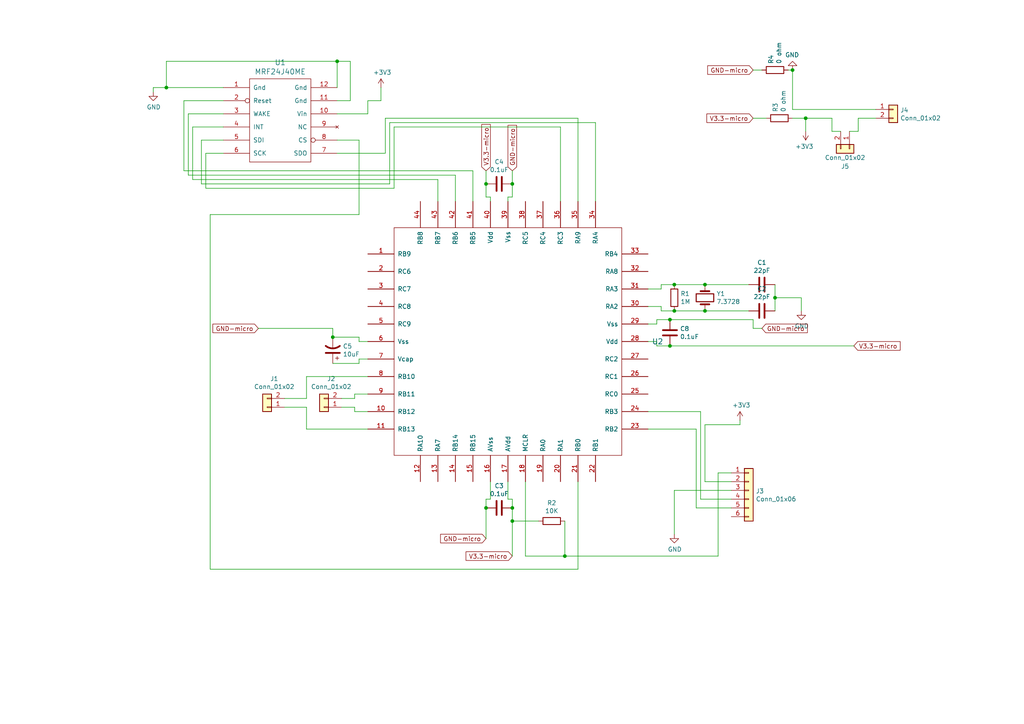
<source format=kicad_sch>
(kicad_sch (version 20211123) (generator eeschema)
  (paper "A4")
  (lib_symbols
    (symbol "Connector_Generic:Conn_01x02" (pin_names (offset 1.016) hide)
      (property "Reference" "J" (at 0 2.54 0))
      (property "Value" "Conn_01x02" (at 0 -5.08 0))
      (symbol "Conn_01x02_1_1"
        (rectangle (start -1.27 -2.413) (end 0 -2.667) (stroke (width 0.1524)))
        (rectangle (start -1.27 0.127) (end 0 -0.127) (stroke (width 0.1524)))
        (rectangle (start -1.27 1.27) (end 1.27 -3.81) (stroke (width 0.254)) (fill (type background)))
        (pin passive line (at -5.08 0 0) (length 3.81) (name "Pin_1") (number "1"))
        (pin passive line (at -5.08 -2.54 0) (length 3.81) (name "Pin_2") (number "2"))
      )
    )
    (symbol "Connector_Generic:Conn_01x06" (pin_names (offset 1.016) hide)
      (property "Reference" "J" (at 0 7.62 0))
      (property "Value" "Conn_01x06" (at 0 -10.16 0))
      (symbol "Conn_01x06_1_1"
        (rectangle (start -1.27 -7.493) (end 0 -7.747) (stroke (width 0.1524)))
        (rectangle (start -1.27 -4.953) (end 0 -5.207) (stroke (width 0.1524)))
        (rectangle (start -1.27 -2.413) (end 0 -2.667) (stroke (width 0.1524)))
        (rectangle (start -1.27 0.127) (end 0 -0.127) (stroke (width 0.1524)))
        (rectangle (start -1.27 2.667) (end 0 2.413) (stroke (width 0.1524)))
        (rectangle (start -1.27 5.207) (end 0 4.953) (stroke (width 0.1524)))
        (rectangle (start -1.27 6.35) (end 1.27 -8.89) (stroke (width 0.254)) (fill (type background)))
        (pin passive line (at -5.08 5.08 0) (length 3.81) (name "Pin_1") (number "1"))
        (pin passive line (at -5.08 2.54 0) (length 3.81) (name "Pin_2") (number "2"))
        (pin passive line (at -5.08 0 0) (length 3.81) (name "Pin_3") (number "3"))
        (pin passive line (at -5.08 -2.54 0) (length 3.81) (name "Pin_4") (number "4"))
        (pin passive line (at -5.08 -5.08 0) (length 3.81) (name "Pin_5") (number "5"))
        (pin passive line (at -5.08 -7.62 0) (length 3.81) (name "Pin_6") (number "6"))
      )
    )
    (symbol "Device:C" (pin_numbers hide) (pin_names (offset 0.254))
      (property "Reference" "C" (at 0.635 2.54 0))
      (property "Value" "C" (at 0.635 -2.54 0))
      (symbol "C_0_1"
        (polyline (pts (xy -2.032 -0.762) (xy 2.032 -0.762)) (stroke (width 0.508)))
        (polyline (pts (xy -2.032 0.762) (xy 2.032 0.762)) (stroke (width 0.508)))
      )
      (symbol "C_1_1"
        (pin passive line (at 0 3.81 270) (length 2.794) (name "~") (number "1"))
        (pin passive line (at 0 -3.81 90) (length 2.794) (name "~") (number "2"))
      )
    )
    (symbol "Device:CP1" (pin_numbers hide) (pin_names (offset 0.254) hide)
      (property "Reference" "C" (at 0.635 2.54 0))
      (property "Value" "Device_CP1" (at 0.635 -2.54 0))
      (symbol "CP1_0_1"
        (polyline (pts (xy -2.032 0.762) (xy 2.032 0.762)) (stroke (width 0.508)))
        (polyline (pts (xy -1.778 2.286) (xy -0.762 2.286)))
        (polyline (pts (xy -1.27 1.778) (xy -1.27 2.794)))
        (arc (start 2.032 -1.27) (mid 0 -0.5572) (end -2.032 -1.27) (stroke (width 0.508)))
      )
      (symbol "CP1_1_1"
        (pin passive line (at 0 3.81 270) (length 2.794) (name "~") (number "1"))
        (pin passive line (at 0 -3.81 90) (length 3.302) (name "~") (number "2"))
      )
    )
    (symbol "Device:Crystal" (pin_numbers hide) (pin_names (offset 1.016) hide)
      (property "Reference" "Y" (at 0 3.81 0))
      (property "Value" "Crystal" (at 0 -3.81 0))
      (symbol "Crystal_0_1"
        (rectangle (start -1.143 2.54) (end 1.143 -2.54) (stroke (width 0.3048)))
        (polyline (pts (xy -2.54 0) (xy -1.905 0)))
        (polyline (pts (xy -1.905 -1.27) (xy -1.905 1.27)) (stroke (width 0.508)))
        (polyline (pts (xy 1.905 -1.27) (xy 1.905 1.27)) (stroke (width 0.508)))
        (polyline (pts (xy 2.54 0) (xy 1.905 0)))
      )
      (symbol "Crystal_1_1"
        (pin passive line (at -3.81 0 0) (length 1.27) (name "1") (number "1"))
        (pin passive line (at 3.81 0 180) (length 1.27) (name "2") (number "2"))
      )
    )
    (symbol "Device:R" (pin_numbers hide) (pin_names (offset 0))
      (property "Reference" "R" (at 2.032 0 90))
      (property "Value" "R" (at 0 0 90))
      (symbol "R_0_1"
        (rectangle (start -1.016 -2.54) (end 1.016 2.54) (stroke (width 0.254)))
      )
      (symbol "R_1_1"
        (pin passive line (at 0 3.81 270) (length 1.27) (name "~") (number "1"))
        (pin passive line (at 0 -3.81 90) (length 1.27) (name "~") (number "2"))
      )
    )
    (symbol "power:+3.3V" (power) (pin_names (offset 0))
      (property "Value" "+3.3V" (at 0 3.556 0))
      (symbol "+3.3V_0_1"
        (polyline (pts (xy -0.762 1.27) (xy 0 2.54)))
        (polyline (pts (xy 0 0) (xy 0 2.54)))
        (polyline (pts (xy 0 2.54) (xy 0.762 1.27)))
      )
      (symbol "+3.3V_1_1"
        (pin power_in line (at 0 0 90) (length 0) hide (name "+3V3") (number "1"))
      )
    )
    (symbol "power:GND" (power) (pin_names (offset 0))
      (property "Value" "GND" (at 0 -3.81 0))
      (symbol "GND_0_1"
        (polyline (pts (xy 0 0) (xy 0 -1.27) (xy 1.27 -1.27) (xy 0 -2.54) (xy -1.27 -1.27) (xy 0 -1.27)))
      )
      (symbol "GND_1_1"
        (pin power_in line (at 0 0 270) (length 0) hide (name "GND") (number "1"))
      )
    )
    (symbol "tfg-rescue:DSPIC33EP128GM604-NCP" (pin_names (offset 1.016))
      (property "Reference" "U" (at -5.08 13.97 0))
      (property "Value" "DSPIC33EP128GM604-NCP" (at -3.81 21.59 0))
      (symbol "DSPIC33EP128GM604-NCP_0_1"
        (rectangle (start -38.1 38.1) (end 27.94 -27.94))
      )
      (symbol "DSPIC33EP128GM604-NCP_1_1"
        (pin bidirectional line (at -45.72 30.48 0) (length 7.62) (name "RB9") (number "1"))
        (pin bidirectional line (at -45.72 -15.24 0) (length 7.62) (name "RB12") (number "10"))
        (pin bidirectional line (at -45.72 -20.32 0) (length 7.62) (name "RB13") (number "11"))
        (pin bidirectional line (at -30.48 -35.56 90) (length 7.62) (name "RA10") (number "12"))
        (pin bidirectional line (at -25.4 -35.56 90) (length 7.62) (name "RA7") (number "13"))
        (pin bidirectional line (at -20.32 -35.56 90) (length 7.62) (name "RB14") (number "14"))
        (pin bidirectional line (at -15.24 -35.56 90) (length 7.62) (name "RB15") (number "15"))
        (pin passive line (at -10.16 -35.56 90) (length 7.62) (name "AVss") (number "16"))
        (pin passive line (at -5.08 -35.56 90) (length 7.62) (name "AVdd") (number "17"))
        (pin input line (at 0 -35.56 90) (length 7.62) (name "MCLR") (number "18"))
        (pin bidirectional line (at 5.08 -35.56 90) (length 7.62) (name "RA0") (number "19"))
        (pin bidirectional line (at -45.72 25.4 0) (length 7.62) (name "RC6") (number "2"))
        (pin bidirectional line (at 10.16 -35.56 90) (length 7.62) (name "RA1") (number "20"))
        (pin bidirectional line (at 15.24 -35.56 90) (length 7.62) (name "RB0") (number "21"))
        (pin bidirectional line (at 20.32 -35.56 90) (length 7.62) (name "RB1") (number "22"))
        (pin bidirectional line (at 35.56 -20.32 180) (length 7.62) (name "RB2") (number "23"))
        (pin bidirectional line (at 35.56 -15.24 180) (length 7.62) (name "RB3") (number "24"))
        (pin bidirectional line (at 35.56 -10.16 180) (length 7.62) (name "RC0") (number "25"))
        (pin bidirectional line (at 35.56 -5.08 180) (length 7.62) (name "RC1") (number "26"))
        (pin bidirectional line (at 35.56 0 180) (length 7.62) (name "RC2") (number "27"))
        (pin power_in line (at 35.56 5.08 180) (length 7.62) (name "Vdd") (number "28"))
        (pin power_in line (at 35.56 10.16 180) (length 7.62) (name "Vss") (number "29"))
        (pin bidirectional line (at -45.72 20.32 0) (length 7.62) (name "RC7") (number "3"))
        (pin bidirectional line (at 35.56 15.24 180) (length 7.62) (name "RA2") (number "30"))
        (pin bidirectional line (at 35.56 20.32 180) (length 7.62) (name "RA3") (number "31"))
        (pin bidirectional line (at 35.56 25.4 180) (length 7.62) (name "RA8") (number "32"))
        (pin bidirectional line (at 35.56 30.48 180) (length 7.62) (name "RB4") (number "33"))
        (pin bidirectional line (at 20.32 45.72 270) (length 7.62) (name "RA4") (number "34"))
        (pin bidirectional line (at 15.24 45.72 270) (length 7.62) (name "RA9") (number "35"))
        (pin bidirectional line (at 10.16 45.72 270) (length 7.62) (name "RC3") (number "36"))
        (pin bidirectional line (at 5.08 45.72 270) (length 7.62) (name "RC4") (number "37"))
        (pin bidirectional line (at 0 45.72 270) (length 7.62) (name "RC5") (number "38"))
        (pin power_in line (at -5.08 45.72 270) (length 7.62) (name "Vss") (number "39"))
        (pin bidirectional line (at -45.72 15.24 0) (length 7.62) (name "RC8") (number "4"))
        (pin power_in line (at -10.16 45.72 270) (length 7.62) (name "Vdd") (number "40"))
        (pin bidirectional line (at -15.24 45.72 270) (length 7.62) (name "RB5") (number "41"))
        (pin bidirectional line (at -20.32 45.72 270) (length 7.62) (name "RB6") (number "42"))
        (pin bidirectional line (at -25.4 45.72 270) (length 7.62) (name "RB7") (number "43"))
        (pin bidirectional line (at -30.48 45.72 270) (length 7.62) (name "RB8") (number "44"))
        (pin bidirectional line (at -45.72 10.16 0) (length 7.62) (name "RC9") (number "5"))
        (pin power_in line (at -45.72 5.08 0) (length 7.62) (name "Vss") (number "6"))
        (pin passive line (at -45.72 0 0) (length 7.62) (name "Vcap") (number "7"))
        (pin bidirectional line (at -45.72 -5.08 0) (length 7.62) (name "RB10") (number "8"))
        (pin bidirectional line (at -45.72 -10.16 0) (length 7.62) (name "RB11") (number "9"))
      )
    )
    (symbol "tfg-rescue:MRF24J40ME-NCP" (pin_names (offset 1.016))
      (property "Reference" "U" (at -6.35 1.27 0))
      (property "Value" "MRF24J40ME-NCP" (at -1.27 3.81 0))
      (symbol "MRF24J40ME-NCP_0_1"
        (rectangle (start -10.16 0) (end 7.62 -24.13))
      )
      (symbol "MRF24J40ME-NCP_1_1"
        (pin power_in line (at -17.78 -2.54 0) (length 7.62) (name "Gnd") (number "1"))
        (pin power_in line (at 15.24 -10.16 180) (length 7.62) (name "Vin") (number "10"))
        (pin power_in line (at 15.24 -6.35 180) (length 7.62) (name "Gnd") (number "11"))
        (pin power_in line (at 15.24 -2.54 180) (length 7.62) (name "Gnd") (number "12"))
        (pin input inverted (at -17.78 -6.35 0) (length 7.62) (name "Reset") (number "2"))
        (pin input line (at -17.78 -10.16 0) (length 7.62) (name "WAKE") (number "3"))
        (pin input line (at -17.78 -13.97 0) (length 7.62) (name "INT") (number "4"))
        (pin input line (at -17.78 -17.78 0) (length 7.62) (name "SDI") (number "5"))
        (pin input line (at -17.78 -21.59 0) (length 7.62) (name "SCK") (number "6"))
        (pin output line (at 15.24 -21.59 180) (length 7.62) (name "SDO") (number "7"))
        (pin output inverted (at 15.24 -17.78 180) (length 7.62) (name "CS") (number "8"))
        (pin no_connect line (at 15.24 -13.97 180) (length 7.62) (name "NC") (number "9"))
      )
    )
  )
  (junction (at 140.97 147.32))
  (junction (at 148.59 147.32))
  (junction (at 140.97 53.34))
  (junction (at 148.59 151.13))
  (junction (at 97.79 17.78))
  (junction (at 204.47 82.55))
  (junction (at 195.58 82.55))
  (junction (at 233.68 34.29))
  (junction (at 194.31 100.33))
  (junction (at 48.26 25.4))
  (junction (at 194.31 92.71))
  (junction (at 96.52 97.79))
  (junction (at 163.83 161.29))
  (junction (at 195.58 90.17))
  (junction (at 229.87 20.32))
  (junction (at 224.79 86.36))
  (junction (at 148.59 53.34))
  (junction (at 204.47 90.17))
  (wire (pts (xy 88.9 109.22) (xy 88.9 115.57)))
  (wire (pts (xy 167.64 34.29) (xy 167.64 58.42)))
  (wire (pts (xy 208.28 137.16) (xy 212.09 137.16)))
  (wire (pts (xy 59.69 54.61) (xy 114.3 54.61)))
  (wire (pts (xy 229.87 34.29) (xy 233.68 34.29)))
  (wire (pts (xy 229.87 31.75) (xy 254 31.75)))
  (wire (pts (xy 102.87 114.3) (xy 102.87 115.57)))
  (wire (pts (xy 195.58 142.24) (xy 195.58 154.94)))
  (wire (pts (xy 104.14 105.41) (xy 96.52 105.41)))
  (wire (pts (xy 97.79 17.78) (xy 48.26 17.78)))
  (wire (pts (xy 96.52 95.25) (xy 96.52 97.79)))
  (wire (pts (xy 64.77 40.64) (xy 58.42 40.64)))
  (wire (pts (xy 102.87 115.57) (xy 99.06 115.57)))
  (wire (pts (xy 55.88 36.83) (xy 55.88 52.07)))
  (wire (pts (xy 97.79 25.4) (xy 97.79 17.78)))
  (wire (pts (xy 201.93 124.46) (xy 201.93 147.32)))
  (wire (pts (xy 218.44 95.25) (xy 220.98 95.25)))
  (wire (pts (xy 190.5 92.71) (xy 194.31 92.71)))
  (wire (pts (xy 191.77 82.55) (xy 195.58 82.55)))
  (wire (pts (xy 44.45 25.4) (xy 44.45 26.67)))
  (wire (pts (xy 190.5 99.06) (xy 190.5 100.33)))
  (wire (pts (xy 82.55 118.11) (xy 88.9 118.11)))
  (wire (pts (xy 214.63 123.19) (xy 214.63 121.92)))
  (wire (pts (xy 218.44 34.29) (xy 222.25 34.29)))
  (wire (pts (xy 106.68 104.14) (xy 104.14 104.14)))
  (wire (pts (xy 229.87 20.32) (xy 229.87 31.75)))
  (wire (pts (xy 194.31 92.71) (xy 218.44 92.71)))
  (wire (pts (xy 187.96 99.06) (xy 190.5 99.06)))
  (wire (pts (xy 187.96 83.82) (xy 191.77 83.82)))
  (wire (pts (xy 190.5 100.33) (xy 194.31 100.33)))
  (wire (pts (xy 148.59 161.29) (xy 148.59 151.13)))
  (wire (pts (xy 194.31 100.33) (xy 247.65 100.33)))
  (wire (pts (xy 201.93 147.32) (xy 212.09 147.32)))
  (wire (pts (xy 110.49 29.21) (xy 110.49 25.4)))
  (wire (pts (xy 88.9 124.46) (xy 106.68 124.46)))
  (wire (pts (xy 167.64 165.1) (xy 167.64 139.7)))
  (wire (pts (xy 187.96 88.9) (xy 191.77 88.9)))
  (wire (pts (xy 64.77 36.83) (xy 55.88 36.83)))
  (wire (pts (xy 191.77 90.17) (xy 195.58 90.17)))
  (wire (pts (xy 152.4 161.29) (xy 163.83 161.29)))
  (wire (pts (xy 228.6 20.32) (xy 229.87 20.32)))
  (wire (pts (xy 97.79 29.21) (xy 101.6 29.21)))
  (wire (pts (xy 140.97 147.32) (xy 140.97 156.21)))
  (wire (pts (xy 241.3 38.1) (xy 241.3 34.29)))
  (wire (pts (xy 224.79 82.55) (xy 224.79 86.36)))
  (wire (pts (xy 106.68 33.02) (xy 106.68 29.21)))
  (wire (pts (xy 248.92 34.29) (xy 248.92 38.1)))
  (wire (pts (xy 147.32 57.15) (xy 148.59 57.15)))
  (wire (pts (xy 113.03 53.34) (xy 113.03 35.56)))
  (wire (pts (xy 204.47 123.19) (xy 214.63 123.19)))
  (wire (pts (xy 187.96 119.38) (xy 203.2 119.38)))
  (wire (pts (xy 132.08 50.8) (xy 132.08 58.42)))
  (wire (pts (xy 232.41 86.36) (xy 224.79 86.36)))
  (wire (pts (xy 190.5 93.98) (xy 190.5 92.71)))
  (wire (pts (xy 101.6 17.78) (xy 97.79 17.78)))
  (wire (pts (xy 232.41 90.17) (xy 232.41 86.36)))
  (wire (pts (xy 114.3 36.83) (xy 162.56 36.83)))
  (wire (pts (xy 106.68 114.3) (xy 102.87 114.3)))
  (wire (pts (xy 104.14 62.23) (xy 60.96 62.23)))
  (wire (pts (xy 224.79 86.36) (xy 224.79 90.17)))
  (wire (pts (xy 97.79 40.64) (xy 104.14 40.64)))
  (wire (pts (xy 60.96 165.1) (xy 167.64 165.1)))
  (wire (pts (xy 58.42 40.64) (xy 58.42 53.34)))
  (wire (pts (xy 64.77 29.21) (xy 53.34 29.21)))
  (wire (pts (xy 140.97 144.78) (xy 140.97 147.32)))
  (wire (pts (xy 187.96 124.46) (xy 201.93 124.46)))
  (wire (pts (xy 152.4 139.7) (xy 152.4 161.29)))
  (wire (pts (xy 111.76 44.45) (xy 111.76 34.29)))
  (wire (pts (xy 203.2 119.38) (xy 203.2 144.78)))
  (wire (pts (xy 208.28 161.29) (xy 208.28 137.16)))
  (wire (pts (xy 104.14 99.06) (xy 104.14 97.79)))
  (wire (pts (xy 204.47 139.7) (xy 204.47 123.19)))
  (wire (pts (xy 248.92 38.1) (xy 246.38 38.1)))
  (wire (pts (xy 217.17 82.55) (xy 204.47 82.55)))
  (wire (pts (xy 233.68 34.29) (xy 241.3 34.29)))
  (wire (pts (xy 97.79 44.45) (xy 111.76 44.45)))
  (wire (pts (xy 114.3 54.61) (xy 114.3 36.83)))
  (wire (pts (xy 203.2 144.78) (xy 212.09 144.78)))
  (wire (pts (xy 140.97 49.53) (xy 140.97 53.34)))
  (wire (pts (xy 212.09 142.24) (xy 195.58 142.24)))
  (wire (pts (xy 102.87 118.11) (xy 99.06 118.11)))
  (wire (pts (xy 88.9 118.11) (xy 88.9 124.46)))
  (wire (pts (xy 59.69 44.45) (xy 59.69 54.61)))
  (wire (pts (xy 142.24 57.15) (xy 140.97 57.15)))
  (wire (pts (xy 147.32 58.42) (xy 147.32 57.15)))
  (wire (pts (xy 172.72 35.56) (xy 172.72 58.42)))
  (wire (pts (xy 64.77 33.02) (xy 54.61 33.02)))
  (wire (pts (xy 88.9 115.57) (xy 82.55 115.57)))
  (wire (pts (xy 104.14 104.14) (xy 104.14 105.41)))
  (wire (pts (xy 195.58 90.17) (xy 204.47 90.17)))
  (wire (pts (xy 218.44 92.71) (xy 218.44 95.25)))
  (wire (pts (xy 104.14 40.64) (xy 104.14 62.23)))
  (wire (pts (xy 191.77 88.9) (xy 191.77 90.17)))
  (wire (pts (xy 147.32 144.78) (xy 148.59 144.78)))
  (wire (pts (xy 64.77 44.45) (xy 59.69 44.45)))
  (wire (pts (xy 212.09 139.7) (xy 204.47 139.7)))
  (wire (pts (xy 58.42 53.34) (xy 113.03 53.34)))
  (wire (pts (xy 148.59 53.34) (xy 148.59 57.15)))
  (wire (pts (xy 137.16 49.53) (xy 137.16 58.42)))
  (wire (pts (xy 140.97 144.78) (xy 142.24 144.78)))
  (wire (pts (xy 48.26 25.4) (xy 44.45 25.4)))
  (wire (pts (xy 140.97 57.15) (xy 140.97 53.34)))
  (wire (pts (xy 187.96 93.98) (xy 190.5 93.98)))
  (wire (pts (xy 204.47 90.17) (xy 217.17 90.17)))
  (wire (pts (xy 233.68 34.29) (xy 233.68 38.1)))
  (wire (pts (xy 127 52.07) (xy 127 58.42)))
  (wire (pts (xy 102.87 119.38) (xy 102.87 118.11)))
  (wire (pts (xy 148.59 144.78) (xy 148.59 147.32)))
  (wire (pts (xy 97.79 33.02) (xy 106.68 33.02)))
  (wire (pts (xy 218.44 20.32) (xy 220.98 20.32)))
  (wire (pts (xy 64.77 25.4) (xy 48.26 25.4)))
  (wire (pts (xy 148.59 147.32) (xy 148.59 151.13)))
  (wire (pts (xy 163.83 151.13) (xy 163.83 161.29)))
  (wire (pts (xy 111.76 34.29) (xy 167.64 34.29)))
  (wire (pts (xy 101.6 29.21) (xy 101.6 17.78)))
  (wire (pts (xy 191.77 83.82) (xy 191.77 82.55)))
  (wire (pts (xy 54.61 33.02) (xy 54.61 50.8)))
  (wire (pts (xy 106.68 119.38) (xy 102.87 119.38)))
  (wire (pts (xy 163.83 161.29) (xy 208.28 161.29)))
  (wire (pts (xy 162.56 36.83) (xy 162.56 58.42)))
  (wire (pts (xy 106.68 109.22) (xy 88.9 109.22)))
  (wire (pts (xy 147.32 139.7) (xy 147.32 144.78)))
  (wire (pts (xy 195.58 82.55) (xy 204.47 82.55)))
  (wire (pts (xy 248.92 34.29) (xy 254 34.29)))
  (wire (pts (xy 53.34 49.53) (xy 137.16 49.53)))
  (wire (pts (xy 60.96 62.23) (xy 60.96 165.1)))
  (wire (pts (xy 104.14 97.79) (xy 96.52 97.79)))
  (wire (pts (xy 148.59 49.53) (xy 148.59 53.34)))
  (wire (pts (xy 156.21 151.13) (xy 148.59 151.13)))
  (wire (pts (xy 74.93 95.25) (xy 96.52 95.25)))
  (wire (pts (xy 48.26 17.78) (xy 48.26 25.4)))
  (wire (pts (xy 53.34 29.21) (xy 53.34 49.53)))
  (wire (pts (xy 54.61 50.8) (xy 132.08 50.8)))
  (wire (pts (xy 243.84 38.1) (xy 241.3 38.1)))
  (wire (pts (xy 142.24 144.78) (xy 142.24 139.7)))
  (wire (pts (xy 106.68 29.21) (xy 110.49 29.21)))
  (wire (pts (xy 142.24 58.42) (xy 142.24 57.15)))
  (wire (pts (xy 55.88 52.07) (xy 127 52.07)))
  (wire (pts (xy 113.03 35.56) (xy 172.72 35.56)))
  (wire (pts (xy 106.68 99.06) (xy 104.14 99.06)))
  (global_label "GND-micro" (shape input) (at 218.44 20.32 180) (property "Intersheet References" "${INTERSHEET_REFS}" (effects hide)))
  (global_label "V3.3-micro" (shape input) (at 247.65 100.33 0) (property "Intersheet References" "${INTERSHEET_REFS}" (effects hide)))
  (global_label "V3.3-micro" (shape input) (at 140.97 49.53 90) (property "Intersheet References" "${INTERSHEET_REFS}" (effects hide)))
  (global_label "GND-micro" (shape input) (at 220.98 95.25 0) (property "Intersheet References" "${INTERSHEET_REFS}" (effects hide)))
  (global_label "V3.3-micro" (shape input) (at 148.59 161.29 180) (property "Intersheet References" "${INTERSHEET_REFS}" (effects hide)))
  (global_label "GND-micro" (shape input) (at 140.97 156.21 180) (property "Intersheet References" "${INTERSHEET_REFS}" (effects hide)))
  (global_label "GND-micro" (shape input) (at 74.93 95.25 180) (property "Intersheet References" "${INTERSHEET_REFS}" (effects hide)))
  (global_label "V3.3-micro" (shape input) (at 218.44 34.29 180) (property "Intersheet References" "${INTERSHEET_REFS}" (effects hide)))
  (global_label "GND-micro" (shape input) (at 148.59 49.53 90) (property "Intersheet References" "${INTERSHEET_REFS}" (effects hide)))
  (symbol (lib_id "tfg-rescue:DSPIC33EP128GM604-NCP") (at 152.4 104.14 0) (unit 1)
    (property "Reference" "U2" (at 189.0776 99.06 0) (effects (font (size 1.524 1.524)) (justify left)))
    (property "Value" "DSPIC33EP128GM604" (effects hide))
    (property "Footprint" "Housings_QFP:TQFP-44_10x10mm_Pitch0.8mm" (effects hide))
  )
  (symbol (lib_id "Device:Crystal") (at 204.47 86.36 270) (unit 1)
    (property "Reference" "Y1" (at 207.7974 85.1916 90) (effects (justify left)))
    (property "Value" "7.3728" (at 207.7974 87.503 90) (effects (justify left)))
    (property "Footprint" "Crystal:Crystal_HC18-U_Vertical" (effects hide))
  )
  (symbol (lib_id "Device:C") (at 220.98 82.55 90) (unit 1)
    (property "Reference" "C1" (at 220.98 76.1492 90))
    (property "Value" "22pF" (at 220.98 78.4606 90))
    (property "Footprint" "Capacitor_THT:C_Rect_L4.0mm_W2.5mm_P2.50mm" (effects hide))
  )
  (symbol (lib_id "Device:C") (at 220.98 90.17 270) (unit 1)
    (property "Reference" "C2" (at 220.98 83.7692 90))
    (property "Value" "22pF" (at 220.98 86.0806 90))
    (property "Footprint" "Capacitor_THT:C_Rect_L4.0mm_W2.5mm_P2.50mm" (effects hide))
  )
  (symbol (lib_id "Device:R") (at 195.58 86.36 0) (unit 1)
    (property "Reference" "R1" (at 197.358 85.1916 0) (effects (justify left)))
    (property "Value" "1M" (at 197.358 87.503 0) (effects (justify left)))
    (property "Footprint" "Resistor_THT:R_Box_L8.4mm_W2.5mm_P5.08mm" (effects hide))
  )
  (symbol (lib_id "power:GND") (at 232.41 90.17 0) (unit 1)
    (property "Reference" "#PWR0101" (effects hide))
    (property "Value" "GND" (at 232.537 94.5642 0))
  )
  (symbol (lib_id "Connector_Generic:Conn_01x02") (at 93.98 118.11 180) (unit 1)
    (property "Reference" "J2" (at 96.0628 109.855 0))
    (property "Value" "Conn_01x02" (at 96.0628 112.1664 0))
    (property "Footprint" "Connector_PinHeader_2.54mm:PinHeader_1x02_P2.54mm_Horizontal" (effects hide))
  )
  (symbol (lib_id "Connector_Generic:Conn_01x02") (at 77.47 118.11 180) (unit 1)
    (property "Reference" "J1" (at 79.5528 109.855 0))
    (property "Value" "Conn_01x02" (at 79.5528 112.1664 0))
    (property "Footprint" "Connector_PinHeader_2.54mm:PinHeader_1x02_P2.54mm_Horizontal" (effects hide))
  )
  (symbol (lib_id "Connector_Generic:Conn_01x06") (at 217.17 142.24 0) (unit 1)
    (property "Reference" "J3" (at 219.202 142.4432 0) (effects (justify left)))
    (property "Value" "Conn_01x06" (at 219.202 144.7546 0) (effects (justify left)))
    (property "Footprint" "Connector_PinHeader_2.54mm:PinHeader_1x06_P2.54mm_Horizontal" (effects hide))
  )
  (symbol (lib_id "power:GND") (at 195.58 154.94 0) (unit 1)
    (property "Reference" "#PWR0102" (effects hide))
    (property "Value" "GND" (at 195.707 159.3342 0))
  )
  (symbol (lib_id "power:+3.3V") (at 214.63 121.92 0) (unit 1)
    (property "Reference" "#PWR0103" (effects hide))
    (property "Value" "+3.3V" (at 215.011 117.5258 0))
  )
  (symbol (lib_id "Device:C") (at 144.78 53.34 270) (unit 1)
    (property "Reference" "C4" (at 144.78 46.9392 90))
    (property "Value" "0.1uF" (at 144.78 49.2506 90))
    (property "Footprint" "Capacitor_THT:C_Rect_L4.0mm_W2.5mm_P2.50mm" (effects hide))
  )
  (symbol (lib_id "Device:C") (at 194.31 96.52 0) (unit 1)
    (property "Reference" "C8" (at 197.231 95.3516 0) (effects (justify left)))
    (property "Value" "0.1uF" (at 197.231 97.663 0) (effects (justify left)))
    (property "Footprint" "Capacitor_THT:C_Rect_L4.0mm_W2.5mm_P2.50mm" (effects hide))
  )
  (symbol (lib_id "Device:C") (at 144.78 147.32 270) (unit 1)
    (property "Reference" "C3" (at 144.78 140.9192 90))
    (property "Value" "0.1uF" (at 144.78 143.2306 90))
    (property "Footprint" "Capacitor_THT:C_Rect_L4.0mm_W2.5mm_P2.50mm" (effects hide))
  )
  (symbol (lib_id "Device:R") (at 160.02 151.13 270) (unit 1)
    (property "Reference" "R2" (at 160.02 145.8722 90))
    (property "Value" "10K" (at 160.02 148.1836 90))
    (property "Footprint" "Resistor_THT:R_Box_L8.4mm_W2.5mm_P5.08mm" (effects hide))
  )
  (symbol (lib_id "Device:CP1") (at 96.52 101.6 180) (unit 1)
    (property "Reference" "C5" (at 99.441 100.4316 0) (effects (justify right)))
    (property "Value" "10uF" (at 99.441 102.743 0) (effects (justify right)))
    (property "Footprint" "Capacitor_THT:CP_Radial_Tantal_D4.5mm_P2.50mm" (effects hide))
  )
  (symbol (lib_id "tfg-rescue:MRF24J40ME-NCP") (at 82.55 22.86 0) (unit 1)
    (property "Reference" "U1" (at 81.28 18.1102 0) (effects (font (size 1.524 1.524))))
    (property "Value" "MRF24J40ME" (at 81.28 20.8026 0) (effects (font (size 1.524 1.524))))
    (property "Footprint" "NCP:MRF24J40ME" (effects hide))
  )
  (symbol (lib_id "power:GND") (at 44.45 26.67 0) (unit 1)
    (property "Reference" "#PWR0112" (effects hide))
    (property "Value" "GND" (at 44.577 31.0642 0))
  )
  (symbol (lib_id "Device:R") (at 226.06 34.29 90) (unit 1)
    (property "Reference" "R3" (at 224.8916 32.512 0) (effects (justify left)))
    (property "Value" "0 ohm" (at 227.203 32.512 0) (effects (justify left)))
    (property "Footprint" "Resistor_THT:R_Axial_DIN0204_L3.6mm_D1.6mm_P1.90mm_Vertical" (effects hide))
  )
  (symbol (lib_id "Device:R") (at 224.79 20.32 90) (unit 1)
    (property "Reference" "R4" (at 223.6216 18.542 0) (effects (justify left)))
    (property "Value" "0 ohm" (at 225.933 18.542 0) (effects (justify left)))
    (property "Footprint" "Resistor_THT:R_Axial_DIN0204_L3.6mm_D1.6mm_P1.90mm_Vertical" (effects hide))
  )
  (symbol (lib_id "power:+3.3V") (at 110.49 25.4 0) (unit 1)
    (property "Reference" "#PWR0111" (effects hide))
    (property "Value" "+3.3V" (at 110.871 21.0058 0))
  )
  (symbol (lib_id "Connector_Generic:Conn_01x02") (at 259.08 31.75 0) (unit 1)
    (property "Reference" "J4" (at 261.112 31.9532 0) (effects (justify left)))
    (property "Value" "Conn_01x02" (at 261.112 34.2646 0) (effects (justify left)))
    (property "Footprint" "TerminalBlock:TerminalBlock_bornier-2_P5.08mm" (effects hide))
  )
  (symbol (lib_id "power:+3.3V") (at 233.68 38.1 180) (unit 1)
    (property "Reference" "#PWR0114" (effects hide))
    (property "Value" "+3.3V" (at 233.299 42.4942 0))
  )
  (symbol (lib_id "power:GND") (at 229.87 20.32 180) (unit 1)
    (property "Reference" "#PWR0113" (effects hide))
    (property "Value" "GND" (at 229.743 15.9258 0))
  )
  (symbol (lib_id "Connector_Generic:Conn_01x02") (at 246.38 43.18 270) (unit 1)
    (property "Reference" "J5" (at 245.11 48.26 90))
    (property "Value" "Conn_01x02" (at 245.11 45.72 90))
    (property "Footprint" "Connector_PinHeader_2.54mm:PinHeader_1x02_P2.54mm_Horizontal" (effects hide))
  )
)
</source>
